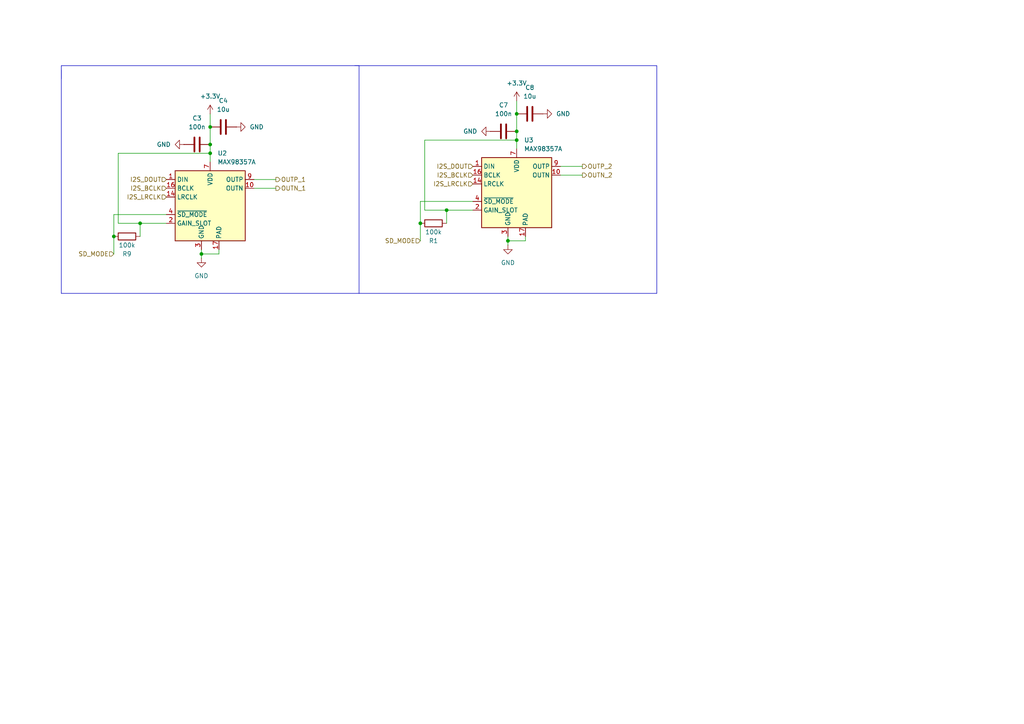
<source format=kicad_sch>
(kicad_sch (version 20250114) (generator "eeschema") (generator_version "9.0")
  (paper "A4")
  (lib_symbols
    (symbol "Audio:MAX98357A"
      (property "Reference" "U" (at -8.89 11.43 0))
      (property "Value" "MAX98357A" (at 10.16 11.43 0))
      (symbol "MAX98357A_1_1"
        (rectangle (start -10.16 10.16) (end 10.16 -10.16) (stroke (width 0.254)) (fill (type background)))
        (pin input line (at -12.7 7.62 0) (length 2.54) (name "DIN") (number "1"))
        (pin input line (at -12.7 5.08 0) (length 2.54) (name "BCLK") (number "16"))
        (pin input line (at -12.7 2.54 0) (length 2.54) (name "LRCLK") (number "14"))
        (pin input line (at -12.7 -2.54 0) (length 2.54) (name "~{SD_MODE}") (number "4"))
        (pin passive line (at -12.7 -5.08 0) (length 2.54) (name "GAIN_SLOT") (number "2"))
        (pin passive line (at -2.54 -12.7 90) (length 2.54) (hide yes) (name "GND") (number "11"))
        (pin passive line (at -2.54 -12.7 90) (length 2.54) (hide yes) (name "GND") (number "15"))
        (pin power_in line (at -2.54 -12.7 90) (length 2.54) (name "GND") (number "3"))
        (pin power_in line (at 0 12.7 270) (length 2.54) (name "VDD") (number "7"))
        (pin passive line (at 0 12.7 270) (length 2.54) (hide yes) (name "VDD") (number "8"))
        (pin unspecified line (at 2.54 -12.7 90) (length 2.54) (name "PAD") (number "17"))
        (pin no_connect line (at 10.16 2.54 180) (length 2.54) (hide yes) (name "NC") (number "5"))
        (pin no_connect line (at 10.16 0 180) (length 2.54) (hide yes) (name "NC") (number "6"))
        (pin no_connect line (at 10.16 -5.08 180) (length 2.54) (hide yes) (name "NC") (number "12"))
        (pin no_connect line (at 10.16 -7.62 180) (length 2.54) (hide yes) (name "NC") (number "13"))
        (pin output line (at 12.7 7.62 180) (length 2.54) (name "OUTP") (number "9"))
        (pin output line (at 12.7 5.08 180) (length 2.54) (name "OUTN") (number "10"))
      )
    )
    (symbol "Device:C" (pin_numbers (hide yes)) (pin_names (offset 0.254))
      (property "Reference" "C" (at 0.635 2.54 0))
      (property "Value" "C" (at 0.635 -2.54 0))
      (symbol "C_0_1"
        (polyline (pts (xy -2.032 0.762) (xy 2.032 0.762)) (stroke (width 0.508)))
        (polyline (pts (xy -2.032 -0.762) (xy 2.032 -0.762)) (stroke (width 0.508)))
      )
      (symbol "C_1_1"
        (pin passive line (at 0 3.81 270) (length 2.794) (name "~") (number "1"))
        (pin passive line (at 0 -3.81 90) (length 2.794) (name "~") (number "2"))
      )
    )
    (symbol "Device:R" (pin_numbers (hide yes)) (pin_names (offset 0))
      (property "Reference" "R" (at 2.032 0 90))
      (property "Value" "R" (at 0 0 90))
      (symbol "R_0_1"
        (rectangle (start -1.016 -2.54) (end 1.016 2.54) (stroke (width 0.254)))
      )
      (symbol "R_1_1"
        (pin passive line (at 0 3.81 270) (length 1.27) (name "~") (number "1"))
        (pin passive line (at 0 -3.81 90) (length 1.27) (name "~") (number "2"))
      )
    )
    (symbol "power:+3.3V" (power) (pin_numbers (hide yes)) (pin_names (offset 0) (hide yes))
      (property "Value" "+3.3V" (at 0 3.556 0))
      (symbol "+3.3V_0_1"
        (polyline (pts (xy -0.762 1.27) (xy 0 2.54)))
        (polyline (pts (xy 0 2.54) (xy 0.762 1.27)))
        (polyline (pts (xy 0 0) (xy 0 2.54)))
      )
      (symbol "+3.3V_1_1"
        (pin power_in line (at 0 0 90) (length 0) (name "~") (number "1"))
      )
    )
    (symbol "power:GND" (power) (pin_numbers (hide yes)) (pin_names (offset 0) (hide yes))
      (property "Value" "GND" (at 0 -3.81 0))
      (symbol "GND_0_1"
        (polyline (pts (xy 0 0) (xy 0 -1.27) (xy 1.27 -1.27) (xy 0 -2.54) (xy -1.27 -1.27) (xy 0 -1.27)))
      )
      (symbol "GND_1_1"
        (pin power_in line (at 0 0 270) (length 0) (name "~") (number "1"))
      )
    )
  )
  (junction (at 33.02 68.58))
  (junction (at 60.96 44.45))
  (junction (at 40.64 64.77))
  (junction (at 58.42 73.66))
  (junction (at 147.32 69.85))
  (junction (at 60.96 36.83))
  (junction (at 149.86 40.64))
  (junction (at 121.92 64.77))
  (junction (at 149.86 38.1))
  (junction (at 149.86 33.02))
  (junction (at 60.96 41.91))
  (junction (at 129.54 60.96))
  (wire (pts (xy 34.29 44.45) (xy 34.29 64.77)))
  (wire (pts (xy 162.56 50.8) (xy 168.91 50.8)))
  (wire (pts (xy 147.32 69.85) (xy 152.4 69.85)))
  (wire (pts (xy 60.96 33.02) (xy 60.96 36.83)))
  (wire (pts (xy 60.96 44.45) (xy 60.96 46.99)))
  (wire (pts (xy 121.92 64.77) (xy 121.92 58.42)))
  (wire (pts (xy 129.54 60.96) (xy 129.54 64.77)))
  (wire (pts (xy 60.96 44.45) (xy 34.29 44.45)))
  (wire (pts (xy 58.42 73.66) (xy 63.5 73.66)))
  (wire (pts (xy 147.32 69.85) (xy 147.32 68.58)))
  (wire (pts (xy 34.29 64.77) (xy 40.64 64.77)))
  (wire (pts (xy 73.66 54.61) (xy 80.01 54.61)))
  (wire (pts (xy 40.64 64.77) (xy 40.64 68.58)))
  (wire (pts (xy 121.92 58.42) (xy 137.16 58.42)))
  (wire (pts (xy 123.19 40.64) (xy 123.19 60.96)))
  (wire (pts (xy 129.54 60.96) (xy 137.16 60.96)))
  (wire (pts (xy 33.02 73.66) (xy 33.02 68.58)))
  (polyline (pts (xy 17.78 19.05) (xy 17.78 22.86)))
  (wire (pts (xy 149.86 40.64) (xy 149.86 43.18)))
  (polyline (pts (xy 17.78 20.32) (xy 17.78 85.09)))
  (polyline (pts (xy 104.14 85.09) (xy 104.14 19.05)))
  (wire (pts (xy 33.02 62.23) (xy 48.26 62.23)))
  (wire (pts (xy 149.86 33.02) (xy 149.86 38.1)))
  (wire (pts (xy 149.86 38.1) (xy 149.86 40.64)))
  (wire (pts (xy 152.4 69.85) (xy 152.4 68.58)))
  (wire (pts (xy 58.42 73.66) (xy 58.42 72.39)))
  (wire (pts (xy 149.86 29.21) (xy 149.86 33.02)))
  (wire (pts (xy 40.64 64.77) (xy 48.26 64.77)))
  (wire (pts (xy 33.02 68.58) (xy 33.02 62.23)))
  (wire (pts (xy 58.42 74.93) (xy 58.42 73.66)))
  (polyline (pts (xy 102.87 19.05) (xy 104.14 19.05)))
  (wire (pts (xy 60.96 36.83) (xy 60.96 41.91)))
  (polyline (pts (xy 190.5 85.09) (xy 104.14 85.09)))
  (wire (pts (xy 121.92 69.85) (xy 121.92 64.77)))
  (polyline (pts (xy 104.14 19.05) (xy 17.78 19.05)))
  (polyline (pts (xy 190.5 19.05) (xy 190.5 85.09)))
  (wire (pts (xy 147.32 71.12) (xy 147.32 69.85)))
  (wire (pts (xy 162.56 48.26) (xy 168.91 48.26)))
  (wire (pts (xy 123.19 60.96) (xy 129.54 60.96)))
  (polyline (pts (xy 104.14 19.05) (xy 190.5 19.05)))
  (polyline (pts (xy 17.78 85.09) (xy 104.14 85.09)))
  (wire (pts (xy 63.5 73.66) (xy 63.5 72.39)))
  (wire (pts (xy 60.96 41.91) (xy 60.96 44.45)))
  (wire (pts (xy 73.66 52.07) (xy 80.01 52.07)))
  (wire (pts (xy 149.86 40.64) (xy 123.19 40.64)))
  (hierarchical_label "SD_MODE" (shape input) (at 33.02 73.66 180))
  (hierarchical_label "I2S_DOUT" (shape input) (at 137.16 48.26 180) (effects (font (thickness 0.1588))))
  (hierarchical_label "OUTN_1" (shape output) (at 80.01 54.61 0))
  (hierarchical_label "I2S_LRCLK" (shape input) (at 48.26 57.15 180) (effects (font (thickness 0.1588))))
  (hierarchical_label "I2S_BCLK" (shape input) (at 137.16 50.8 180) (effects (font (thickness 0.1588))))
  (hierarchical_label "OUTP_1" (shape output) (at 80.01 52.07 0))
  (hierarchical_label "I2S_BCLK" (shape input) (at 48.26 54.61 180) (effects (font (thickness 0.1588))))
  (hierarchical_label "I2S_DOUT" (shape input) (at 48.26 52.07 180) (effects (font (thickness 0.1588))))
  (hierarchical_label "I2S_LRCLK" (shape input) (at 137.16 53.34 180) (effects (font (thickness 0.1588))))
  (hierarchical_label "OUTP_2" (shape output) (at 168.91 48.26 0))
  (hierarchical_label "SD_MODE" (shape input) (at 121.92 69.85 180))
  (hierarchical_label "OUTN_2" (shape output) (at 168.91 50.8 0))
  (symbol (lib_id "power:GND") (at 53.34 41.91 270) (unit 1)
    (property "Reference" "#PWR05" (effects (hide yes)))
    (property "Value" "GND" (at 49.53 41.9099 90) (effects (justify right)))
    (property "Description" "Power symbol creates a global label with name \"GND\" , ground" (effects (hide yes)))
  )
  (symbol (lib_id "Device:R") (at 36.83 68.58 90) (mirror x) (unit 1)
    (property "Reference" "R9" (at 36.83 73.66 90))
    (property "Value" "100k" (at 36.83 71.12 90))
    (property "Footprint" "Resistor_SMD:R_0603_1608Metric" (effects (hide yes)))
    (property "Description" "Resistor" (effects (hide yes)))
    (property "Mouser #" "603-RC0603FR-07100KL" (effects (hide yes)))
    (property "Mouser Link" "https://www.mouser.com/ProductDetail/YAGEO/RC0603FR-07100KL?qs=e1ok2LiJcmaihem8Va5%2Fsw%3D%3D&srsltid=AfmBOooOdyEJhW55T0bTHCn9x1S_hWTbTVBciwDqFDvXTF-M6ZtkL9r2" (effects (hide yes)))
    (property "JLCPCB #" "C14675" (effects (hide yes)))
    (property "Mouser Part Number" "603-RC0603FR-07100KL" (effects (hide yes)))
  )
  (symbol (lib_id "power:GND") (at 142.24 38.1 270) (unit 1)
    (property "Reference" "#PWR010" (effects (hide yes)))
    (property "Value" "GND" (at 138.43 38.0999 90) (effects (justify right)))
    (property "Description" "Power symbol creates a global label with name \"GND\" , ground" (effects (hide yes)))
  )
  (symbol (lib_id "power:+3.3V") (at 60.96 33.02 0) (unit 1)
    (property "Reference" "#PWR04" (effects (hide yes)))
    (property "Value" "+3.3V" (at 60.96 27.94 0))
    (property "Description" "Power symbol creates a global label with name \"+3.3V\"" (effects (hide yes)))
  )
  (symbol (lib_id "Device:R") (at 125.73 64.77 90) (mirror x) (unit 1)
    (property "Reference" "R1" (at 125.73 69.85 90))
    (property "Value" "100k" (at 125.73 67.31 90))
    (property "Footprint" "Resistor_SMD:R_0603_1608Metric" (effects (hide yes)))
    (property "Description" "Resistor" (effects (hide yes)))
    (property "Mouser #" "603-RC0603FR-07100KL" (effects (hide yes)))
    (property "Mouser Link" "https://www.mouser.com/ProductDetail/YAGEO/RC0603FR-07100KL?qs=e1ok2LiJcmaihem8Va5%2Fsw%3D%3D&srsltid=AfmBOooOdyEJhW55T0bTHCn9x1S_hWTbTVBciwDqFDvXTF-M6ZtkL9r2" (effects (hide yes)))
    (property "JLCPCB #" "C14675" (effects (hide yes)))
    (property "Mouser Part Number" "603-RC0603FR-07100KL" (effects (hide yes)))
  )
  (symbol (lib_id "power:GND") (at 68.58 36.83 90) (unit 1)
    (property "Reference" "#PWR09" (effects (hide yes)))
    (property "Value" "GND" (at 72.39 36.8299 90) (effects (justify right)))
    (property "Description" "Power symbol creates a global label with name \"GND\" , ground" (effects (hide yes)))
  )
  (symbol (lib_id "power:GND") (at 157.48 33.02 90) (unit 1)
    (property "Reference" "#PWR013" (effects (hide yes)))
    (property "Value" "GND" (at 161.29 33.0199 90) (effects (justify right)))
    (property "Description" "Power symbol creates a global label with name \"GND\" , ground" (effects (hide yes)))
  )
  (symbol (lib_id "Audio:MAX98357A") (at 149.86 55.88 0) (unit 1)
    (property "Reference" "U3" (at 152.0033 40.64 0) (effects (justify left)))
    (property "Value" "MAX98357A" (at 152.0033 43.18 0) (effects (justify left)))
    (property "Footprint" "Package_DFN_QFN:TQFN-16-1EP_3x3mm_P0.5mm_EP1.23x1.23mm" (effects (hide yes)))
    (property "Datasheet" "https://www.analog.com/media/en/technical-documentation/data-sheets/MAX98357A-MAX98357B.pdf" (effects (hide yes)))
    (property "Description" "Mono DAC with amplifier, I2S, PCM, TDM, 32-bit, 96khz, 3.2W, TQFP-16" (effects (hide yes)))
  )
  (symbol (lib_id "Device:C") (at 64.77 36.83 270) (unit 1)
    (property "Reference" "C4" (at 64.77 29.21 90))
    (property "Value" "10u" (at 64.77 31.75 90))
    (property "Footprint" "Capacitor_SMD:C_0805_2012Metric" (effects (hide yes)))
    (property "Datasheet" "https://www.mouser.com/datasheet/3/76/1/GRM21BR61H106KE43_01A.pdf" (effects (hide yes)))
    (property "Description" "Unpolarized capacitor" (effects (hide yes)))
    (property "Mouser #" "81-GRM21BR61H106KE3L" (effects (hide yes)))
    (property "Mouser Link" "https://www.mouser.com/ProductDetail/Murata-Electronics/GRM21BR61H106KE43L?qs=lYGu3FyN48cBZlIduWKclg%3D%3D&srsltid=AfmBOoovanZHDCILOsTNmRDlbeowyCnSNVD-tyLdgO5iJbYQ29cv4-uh" (effects (hide yes)))
    (property "JLCPCB #" "C440198" (effects (hide yes)))
    (property "Mouser Part Number" "81-GRM21BR61H106KE3L" (effects (hide yes)))
  )
  (symbol (lib_id "power:GND") (at 147.32 71.12 0) (unit 1)
    (property "Reference" "#PWR011" (effects (hide yes)))
    (property "Value" "GND" (at 147.32 76.2 0))
    (property "Description" "Power symbol creates a global label with name \"GND\" , ground" (effects (hide yes)))
  )
  (symbol (lib_id "Device:C") (at 153.67 33.02 270) (unit 1)
    (property "Reference" "C8" (at 153.67 25.4 90))
    (property "Value" "10u" (at 153.67 27.94 90))
    (property "Footprint" "Capacitor_SMD:C_0805_2012Metric" (effects (hide yes)))
    (property "Datasheet" "https://www.mouser.com/datasheet/3/76/1/GRM21BR61H106KE43_01A.pdf" (effects (hide yes)))
    (property "Description" "Unpolarized capacitor" (effects (hide yes)))
    (property "Mouser #" "81-GRM21BR61H106KE3L" (effects (hide yes)))
    (property "Mouser Link" "https://www.mouser.com/ProductDetail/Murata-Electronics/GRM21BR61H106KE43L?qs=lYGu3FyN48cBZlIduWKclg%3D%3D&srsltid=AfmBOoovanZHDCILOsTNmRDlbeowyCnSNVD-tyLdgO5iJbYQ29cv4-uh" (effects (hide yes)))
    (property "JLCPCB #" "C440198" (effects (hide yes)))
    (property "Mouser Part Number" "81-GRM21BR61H106KE3L" (effects (hide yes)))
  )
  (symbol (lib_id "power:GND") (at 58.42 74.93 0) (unit 1)
    (property "Reference" "#PWR06" (effects (hide yes)))
    (property "Value" "GND" (at 58.42 80.01 0))
    (property "Description" "Power symbol creates a global label with name \"GND\" , ground" (effects (hide yes)))
  )
  (symbol (lib_id "power:+3.3V") (at 149.86 29.21 0) (unit 1)
    (property "Reference" "#PWR012" (effects (hide yes)))
    (property "Value" "+3.3V" (at 149.86 24.13 0))
    (property "Description" "Power symbol creates a global label with name \"+3.3V\"" (effects (hide yes)))
  )
  (symbol (lib_id "Audio:MAX98357A") (at 60.96 59.69 0) (unit 1)
    (property "Reference" "U2" (at 63.1033 44.45 0) (effects (justify left)))
    (property "Value" "MAX98357A" (at 63.1033 46.99 0) (effects (justify left)))
    (property "Footprint" "Package_DFN_QFN:TQFN-16-1EP_3x3mm_P0.5mm_EP1.23x1.23mm" (effects (hide yes)))
    (property "Datasheet" "https://www.analog.com/media/en/technical-documentation/data-sheets/MAX98357A-MAX98357B.pdf" (effects (hide yes)))
    (property "Description" "Mono DAC with amplifier, I2S, PCM, TDM, 32-bit, 96khz, 3.2W, TQFP-16" (effects (hide yes)))
  )
  (symbol (lib_id "Device:C") (at 146.05 38.1 90) (unit 1)
    (property "Reference" "C7" (at 146.05 30.48 90))
    (property "Value" "100n" (at 146.05 33.02 90))
    (property "Footprint" "Capacitor_SMD:C_0603_1608Metric_Pad1.08x0.95mm_HandSolder" (effects (hide yes)))
    (property "Datasheet" "https://datasheets.kyocera-avx.com/AutoMLCCKAM.pdf" (effects (hide yes)))
    (property "Description" "Unpolarized capacitor" (effects (hide yes)))
    (property "Mouser #" "581-KAM15BR72A104KT" (effects (hide yes)))
    (property "Mouser Link" "https://www.mouser.com/ProductDetail/KYOCERA-AVX/KAM15BR72A104KT?qs=Jm2GQyTW%2Fbivdeq3a3Ovhw%3D%3D" (effects (hide yes)))
    (property "JLCPCB #" "C14663" (effects (hide yes)))
    (property "Mouser Part Number" "581-KAM15BR72A104KT" (effects (hide yes)))
  )
  (symbol (lib_id "Device:C") (at 57.15 41.91 90) (unit 1)
    (property "Reference" "C3" (at 57.15 34.29 90))
    (property "Value" "100n" (at 57.15 36.83 90))
    (property "Footprint" "Capacitor_SMD:C_0603_1608Metric_Pad1.08x0.95mm_HandSolder" (effects (hide yes)))
    (property "Datasheet" "https://datasheets.kyocera-avx.com/AutoMLCCKAM.pdf" (effects (hide yes)))
    (property "Description" "Unpolarized capacitor" (effects (hide yes)))
    (property "Mouser #" "581-KAM15BR72A104KT" (effects (hide yes)))
    (property "Mouser Link" "https://www.mouser.com/ProductDetail/KYOCERA-AVX/KAM15BR72A104KT?qs=Jm2GQyTW%2Fbivdeq3a3Ovhw%3D%3D" (effects (hide yes)))
    (property "JLCPCB #" "C14663" (effects (hide yes)))
    (property "Mouser Part Number" "581-KAM15BR72A104KT" (effects (hide yes)))
  )
)
</source>
